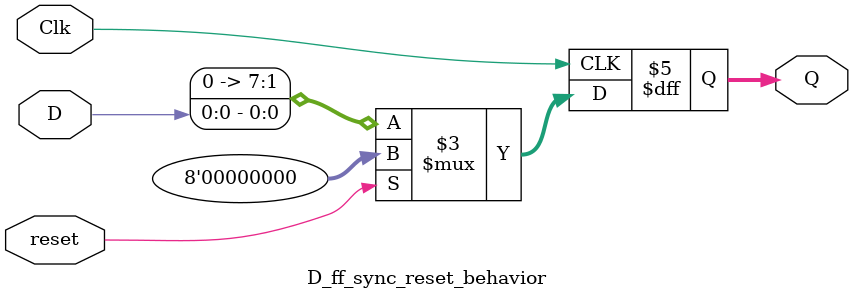
<source format=v>
`timescale 1ns / 1ps

module D_ff_sync_reset_behavior(
    input Clk,
    input D,
    input reset,
    output reg [7:0]Q
    );
    
       always @(posedge Clk)
       if (reset) 
       begin
          Q <= 1'b0;
       end else 
       begin
          Q <= D;
       end

endmodule

</source>
